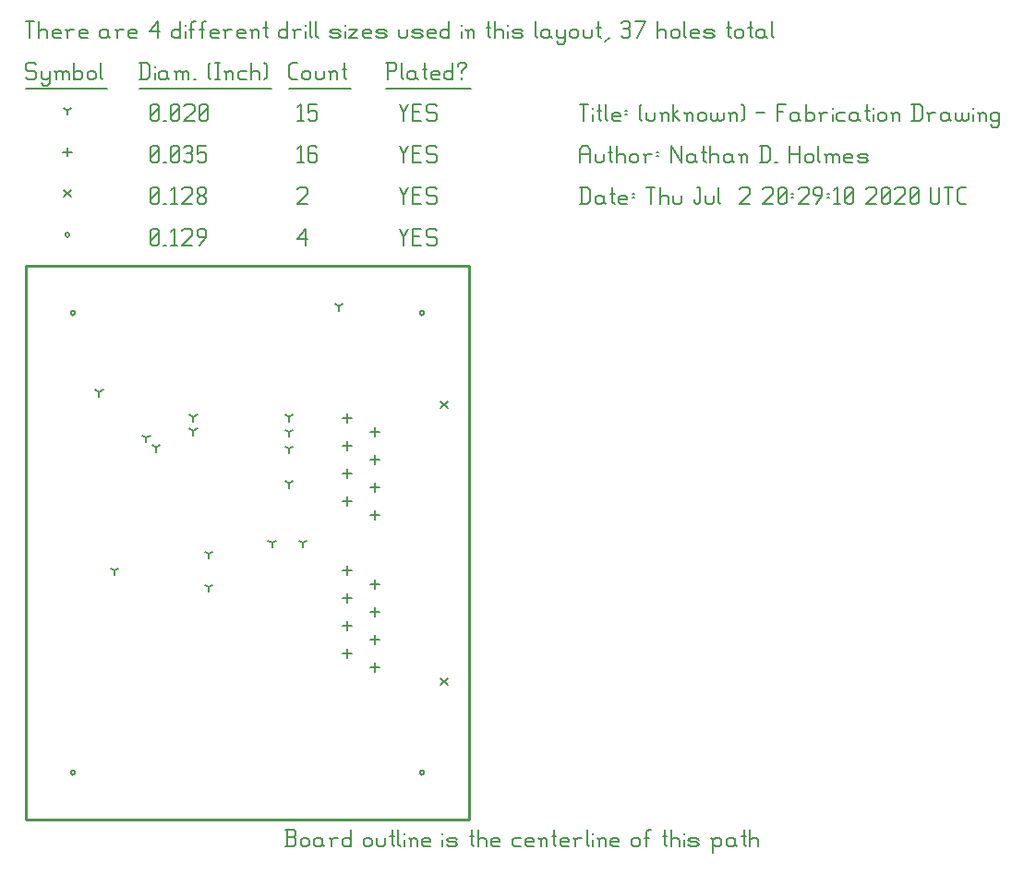
<source format=gbr>
G04 start of page 12 for group -3984 idx -3984 *
G04 Title: (unknown), fab *
G04 Creator: pcb 4.0.2 *
G04 CreationDate: Thu Jul  2 20:29:10 2020 UTC *
G04 For: ndholmes *
G04 Format: Gerber/RS-274X *
G04 PCB-Dimensions (mil): 3600.00 2000.00 *
G04 PCB-Coordinate-Origin: lower left *
%MOIN*%
%FSLAX25Y25*%
%LNFAB*%
%ADD55C,0.0100*%
%ADD54C,0.0075*%
%ADD53C,0.0060*%
%ADD52R,0.0080X0.0080*%
G54D52*X142200Y183000D02*G75*G03X143800Y183000I800J0D01*G01*
G75*G03X142200Y183000I-800J0D01*G01*
X16200D02*G75*G03X17800Y183000I800J0D01*G01*
G75*G03X16200Y183000I-800J0D01*G01*
X142200Y17000D02*G75*G03X143800Y17000I800J0D01*G01*
G75*G03X142200Y17000I-800J0D01*G01*
X16200D02*G75*G03X17800Y17000I800J0D01*G01*
G75*G03X16200Y17000I-800J0D01*G01*
X14200Y211250D02*G75*G03X15800Y211250I800J0D01*G01*
G75*G03X14200Y211250I-800J0D01*G01*
G54D53*X135000Y213500D02*X136500Y210500D01*
X138000Y213500D01*
X136500Y210500D02*Y207500D01*
X139800Y210800D02*X142050D01*
X139800Y207500D02*X142800D01*
X139800Y213500D02*Y207500D01*
Y213500D02*X142800D01*
X147600D02*X148350Y212750D01*
X145350Y213500D02*X147600D01*
X144600Y212750D02*X145350Y213500D01*
X144600Y212750D02*Y211250D01*
X145350Y210500D01*
X147600D01*
X148350Y209750D01*
Y208250D01*
X147600Y207500D02*X148350Y208250D01*
X145350Y207500D02*X147600D01*
X144600Y208250D02*X145350Y207500D01*
X98000Y209750D02*X101000Y213500D01*
X98000Y209750D02*X101750D01*
X101000Y213500D02*Y207500D01*
X45000Y208250D02*X45750Y207500D01*
X45000Y212750D02*Y208250D01*
Y212750D02*X45750Y213500D01*
X47250D01*
X48000Y212750D01*
Y208250D01*
X47250Y207500D02*X48000Y208250D01*
X45750Y207500D02*X47250D01*
X45000Y209000D02*X48000Y212000D01*
X49800Y207500D02*X50550D01*
X52350Y212300D02*X53550Y213500D01*
Y207500D01*
X52350D02*X54600D01*
X56400Y212750D02*X57150Y213500D01*
X59400D01*
X60150Y212750D01*
Y211250D01*
X56400Y207500D02*X60150Y211250D01*
X56400Y207500D02*X60150D01*
X62700D02*X64950Y210500D01*
Y212750D02*Y210500D01*
X64200Y213500D02*X64950Y212750D01*
X62700Y213500D02*X64200D01*
X61950Y212750D02*X62700Y213500D01*
X61950Y212750D02*Y211250D01*
X62700Y210500D01*
X64950D01*
X149800Y51200D02*X152200Y48800D01*
X149800D02*X152200Y51200D01*
X149800Y151200D02*X152200Y148800D01*
X149800D02*X152200Y151200D01*
X13800Y227450D02*X16200Y225050D01*
X13800D02*X16200Y227450D01*
X135000Y228500D02*X136500Y225500D01*
X138000Y228500D01*
X136500Y225500D02*Y222500D01*
X139800Y225800D02*X142050D01*
X139800Y222500D02*X142800D01*
X139800Y228500D02*Y222500D01*
Y228500D02*X142800D01*
X147600D02*X148350Y227750D01*
X145350Y228500D02*X147600D01*
X144600Y227750D02*X145350Y228500D01*
X144600Y227750D02*Y226250D01*
X145350Y225500D01*
X147600D01*
X148350Y224750D01*
Y223250D01*
X147600Y222500D02*X148350Y223250D01*
X145350Y222500D02*X147600D01*
X144600Y223250D02*X145350Y222500D01*
X98000Y227750D02*X98750Y228500D01*
X101000D01*
X101750Y227750D01*
Y226250D01*
X98000Y222500D02*X101750Y226250D01*
X98000Y222500D02*X101750D01*
X45000Y223250D02*X45750Y222500D01*
X45000Y227750D02*Y223250D01*
Y227750D02*X45750Y228500D01*
X47250D01*
X48000Y227750D01*
Y223250D01*
X47250Y222500D02*X48000Y223250D01*
X45750Y222500D02*X47250D01*
X45000Y224000D02*X48000Y227000D01*
X49800Y222500D02*X50550D01*
X52350Y227300D02*X53550Y228500D01*
Y222500D01*
X52350D02*X54600D01*
X56400Y227750D02*X57150Y228500D01*
X59400D01*
X60150Y227750D01*
Y226250D01*
X56400Y222500D02*X60150Y226250D01*
X56400Y222500D02*X60150D01*
X61950Y223250D02*X62700Y222500D01*
X61950Y224450D02*Y223250D01*
Y224450D02*X63000Y225500D01*
X63900D01*
X64950Y224450D01*
Y223250D01*
X64200Y222500D02*X64950Y223250D01*
X62700Y222500D02*X64200D01*
X61950Y226550D02*X63000Y225500D01*
X61950Y227750D02*Y226550D01*
Y227750D02*X62700Y228500D01*
X64200D01*
X64950Y227750D01*
Y226550D01*
X63900Y225500D02*X64950Y226550D01*
X126000Y56600D02*Y53400D01*
X124400Y55000D02*X127600D01*
X116000Y61600D02*Y58400D01*
X114400Y60000D02*X117600D01*
X126000Y66600D02*Y63400D01*
X124400Y65000D02*X127600D01*
X116000Y71600D02*Y68400D01*
X114400Y70000D02*X117600D01*
X126000Y76600D02*Y73400D01*
X124400Y75000D02*X127600D01*
X116000Y81600D02*Y78400D01*
X114400Y80000D02*X117600D01*
X126000Y86600D02*Y83400D01*
X124400Y85000D02*X127600D01*
X116000Y91600D02*Y88400D01*
X114400Y90000D02*X117600D01*
X126000Y111600D02*Y108400D01*
X124400Y110000D02*X127600D01*
X116000Y116600D02*Y113400D01*
X114400Y115000D02*X117600D01*
X126000Y121600D02*Y118400D01*
X124400Y120000D02*X127600D01*
X116000Y126600D02*Y123400D01*
X114400Y125000D02*X117600D01*
X126000Y131600D02*Y128400D01*
X124400Y130000D02*X127600D01*
X116000Y136600D02*Y133400D01*
X114400Y135000D02*X117600D01*
X126000Y141600D02*Y138400D01*
X124400Y140000D02*X127600D01*
X116000Y146600D02*Y143400D01*
X114400Y145000D02*X117600D01*
X15000Y242850D02*Y239650D01*
X13400Y241250D02*X16600D01*
X135000Y243500D02*X136500Y240500D01*
X138000Y243500D01*
X136500Y240500D02*Y237500D01*
X139800Y240800D02*X142050D01*
X139800Y237500D02*X142800D01*
X139800Y243500D02*Y237500D01*
Y243500D02*X142800D01*
X147600D02*X148350Y242750D01*
X145350Y243500D02*X147600D01*
X144600Y242750D02*X145350Y243500D01*
X144600Y242750D02*Y241250D01*
X145350Y240500D01*
X147600D01*
X148350Y239750D01*
Y238250D01*
X147600Y237500D02*X148350Y238250D01*
X145350Y237500D02*X147600D01*
X144600Y238250D02*X145350Y237500D01*
X98000Y242300D02*X99200Y243500D01*
Y237500D01*
X98000D02*X100250D01*
X104300Y243500D02*X105050Y242750D01*
X102800Y243500D02*X104300D01*
X102050Y242750D02*X102800Y243500D01*
X102050Y242750D02*Y238250D01*
X102800Y237500D01*
X104300Y240800D02*X105050Y240050D01*
X102050Y240800D02*X104300D01*
X102800Y237500D02*X104300D01*
X105050Y238250D01*
Y240050D02*Y238250D01*
X45000D02*X45750Y237500D01*
X45000Y242750D02*Y238250D01*
Y242750D02*X45750Y243500D01*
X47250D01*
X48000Y242750D01*
Y238250D01*
X47250Y237500D02*X48000Y238250D01*
X45750Y237500D02*X47250D01*
X45000Y239000D02*X48000Y242000D01*
X49800Y237500D02*X50550D01*
X52350Y238250D02*X53100Y237500D01*
X52350Y242750D02*Y238250D01*
Y242750D02*X53100Y243500D01*
X54600D01*
X55350Y242750D01*
Y238250D01*
X54600Y237500D02*X55350Y238250D01*
X53100Y237500D02*X54600D01*
X52350Y239000D02*X55350Y242000D01*
X57150Y242750D02*X57900Y243500D01*
X59400D01*
X60150Y242750D01*
X59400Y237500D02*X60150Y238250D01*
X57900Y237500D02*X59400D01*
X57150Y238250D02*X57900Y237500D01*
Y240800D02*X59400D01*
X60150Y242750D02*Y241550D01*
Y240050D02*Y238250D01*
Y240050D02*X59400Y240800D01*
X60150Y241550D02*X59400Y240800D01*
X61950Y243500D02*X64950D01*
X61950D02*Y240500D01*
X62700Y241250D01*
X64200D01*
X64950Y240500D01*
Y238250D01*
X64200Y237500D02*X64950Y238250D01*
X62700Y237500D02*X64200D01*
X61950Y238250D02*X62700Y237500D01*
X26500Y154500D02*Y152900D01*
Y154500D02*X27887Y155300D01*
X26500Y154500D02*X25113Y155300D01*
X66000Y96000D02*Y94400D01*
Y96000D02*X67387Y96800D01*
X66000Y96000D02*X64613Y96800D01*
X66000Y84000D02*Y82400D01*
Y84000D02*X67387Y84800D01*
X66000Y84000D02*X64613Y84800D01*
X95000Y121500D02*Y119900D01*
Y121500D02*X96387Y122300D01*
X95000Y121500D02*X93613Y122300D01*
X95000Y134000D02*Y132400D01*
Y134000D02*X96387Y134800D01*
X95000Y134000D02*X93613Y134800D01*
X100000Y100000D02*Y98400D01*
Y100000D02*X101387Y100800D01*
X100000Y100000D02*X98613Y100800D01*
X88900Y100000D02*Y98400D01*
Y100000D02*X90287Y100800D01*
X88900Y100000D02*X87513Y100800D01*
X95000Y145500D02*Y143900D01*
Y145500D02*X96387Y146300D01*
X95000Y145500D02*X93613Y146300D01*
X95000Y140000D02*Y138400D01*
Y140000D02*X96387Y140800D01*
X95000Y140000D02*X93613Y140800D01*
X60500Y140500D02*Y138900D01*
Y140500D02*X61887Y141300D01*
X60500Y140500D02*X59113Y141300D01*
X60500Y145500D02*Y143900D01*
Y145500D02*X61887Y146300D01*
X60500Y145500D02*X59113Y146300D01*
X32000Y90000D02*Y88400D01*
Y90000D02*X33387Y90800D01*
X32000Y90000D02*X30613Y90800D01*
X47000Y134500D02*Y132900D01*
Y134500D02*X48387Y135300D01*
X47000Y134500D02*X45613Y135300D01*
X43500Y138000D02*Y136400D01*
Y138000D02*X44887Y138800D01*
X43500Y138000D02*X42113Y138800D01*
X113000Y185500D02*Y183900D01*
Y185500D02*X114387Y186300D01*
X113000Y185500D02*X111613Y186300D01*
X15000Y256250D02*Y254650D01*
Y256250D02*X16387Y257050D01*
X15000Y256250D02*X13613Y257050D01*
X135000Y258500D02*X136500Y255500D01*
X138000Y258500D01*
X136500Y255500D02*Y252500D01*
X139800Y255800D02*X142050D01*
X139800Y252500D02*X142800D01*
X139800Y258500D02*Y252500D01*
Y258500D02*X142800D01*
X147600D02*X148350Y257750D01*
X145350Y258500D02*X147600D01*
X144600Y257750D02*X145350Y258500D01*
X144600Y257750D02*Y256250D01*
X145350Y255500D01*
X147600D01*
X148350Y254750D01*
Y253250D01*
X147600Y252500D02*X148350Y253250D01*
X145350Y252500D02*X147600D01*
X144600Y253250D02*X145350Y252500D01*
X98000Y257300D02*X99200Y258500D01*
Y252500D01*
X98000D02*X100250D01*
X102050Y258500D02*X105050D01*
X102050D02*Y255500D01*
X102800Y256250D01*
X104300D01*
X105050Y255500D01*
Y253250D01*
X104300Y252500D02*X105050Y253250D01*
X102800Y252500D02*X104300D01*
X102050Y253250D02*X102800Y252500D01*
X45000Y253250D02*X45750Y252500D01*
X45000Y257750D02*Y253250D01*
Y257750D02*X45750Y258500D01*
X47250D01*
X48000Y257750D01*
Y253250D01*
X47250Y252500D02*X48000Y253250D01*
X45750Y252500D02*X47250D01*
X45000Y254000D02*X48000Y257000D01*
X49800Y252500D02*X50550D01*
X52350Y253250D02*X53100Y252500D01*
X52350Y257750D02*Y253250D01*
Y257750D02*X53100Y258500D01*
X54600D01*
X55350Y257750D01*
Y253250D01*
X54600Y252500D02*X55350Y253250D01*
X53100Y252500D02*X54600D01*
X52350Y254000D02*X55350Y257000D01*
X57150Y257750D02*X57900Y258500D01*
X60150D01*
X60900Y257750D01*
Y256250D01*
X57150Y252500D02*X60900Y256250D01*
X57150Y252500D02*X60900D01*
X62700Y253250D02*X63450Y252500D01*
X62700Y257750D02*Y253250D01*
Y257750D02*X63450Y258500D01*
X64950D01*
X65700Y257750D01*
Y253250D01*
X64950Y252500D02*X65700Y253250D01*
X63450Y252500D02*X64950D01*
X62700Y254000D02*X65700Y257000D01*
X3000Y273500D02*X3750Y272750D01*
X750Y273500D02*X3000D01*
X0Y272750D02*X750Y273500D01*
X0Y272750D02*Y271250D01*
X750Y270500D01*
X3000D01*
X3750Y269750D01*
Y268250D01*
X3000Y267500D02*X3750Y268250D01*
X750Y267500D02*X3000D01*
X0Y268250D02*X750Y267500D01*
X5550Y270500D02*Y268250D01*
X6300Y267500D01*
X8550Y270500D02*Y266000D01*
X7800Y265250D02*X8550Y266000D01*
X6300Y265250D02*X7800D01*
X5550Y266000D02*X6300Y265250D01*
Y267500D02*X7800D01*
X8550Y268250D01*
X11100Y269750D02*Y267500D01*
Y269750D02*X11850Y270500D01*
X12600D01*
X13350Y269750D01*
Y267500D01*
Y269750D02*X14100Y270500D01*
X14850D01*
X15600Y269750D01*
Y267500D01*
X10350Y270500D02*X11100Y269750D01*
X17400Y273500D02*Y267500D01*
Y268250D02*X18150Y267500D01*
X19650D01*
X20400Y268250D01*
Y269750D02*Y268250D01*
X19650Y270500D02*X20400Y269750D01*
X18150Y270500D02*X19650D01*
X17400Y269750D02*X18150Y270500D01*
X22200Y269750D02*Y268250D01*
Y269750D02*X22950Y270500D01*
X24450D01*
X25200Y269750D01*
Y268250D01*
X24450Y267500D02*X25200Y268250D01*
X22950Y267500D02*X24450D01*
X22200Y268250D02*X22950Y267500D01*
X27000Y273500D02*Y268250D01*
X27750Y267500D01*
X0Y264250D02*X29250D01*
X41750Y273500D02*Y267500D01*
X43700Y273500D02*X44750Y272450D01*
Y268550D01*
X43700Y267500D02*X44750Y268550D01*
X41000Y267500D02*X43700D01*
X41000Y273500D02*X43700D01*
G54D54*X46550Y272000D02*Y271850D01*
G54D53*Y269750D02*Y267500D01*
X50300Y270500D02*X51050Y269750D01*
X48800Y270500D02*X50300D01*
X48050Y269750D02*X48800Y270500D01*
X48050Y269750D02*Y268250D01*
X48800Y267500D01*
X51050Y270500D02*Y268250D01*
X51800Y267500D01*
X48800D02*X50300D01*
X51050Y268250D01*
X54350Y269750D02*Y267500D01*
Y269750D02*X55100Y270500D01*
X55850D01*
X56600Y269750D01*
Y267500D01*
Y269750D02*X57350Y270500D01*
X58100D01*
X58850Y269750D01*
Y267500D01*
X53600Y270500D02*X54350Y269750D01*
X60650Y267500D02*X61400D01*
X65900Y268250D02*X66650Y267500D01*
X65900Y272750D02*X66650Y273500D01*
X65900Y272750D02*Y268250D01*
X68450Y273500D02*X69950D01*
X69200D02*Y267500D01*
X68450D02*X69950D01*
X72500Y269750D02*Y267500D01*
Y269750D02*X73250Y270500D01*
X74000D01*
X74750Y269750D01*
Y267500D01*
X71750Y270500D02*X72500Y269750D01*
X77300Y270500D02*X79550D01*
X76550Y269750D02*X77300Y270500D01*
X76550Y269750D02*Y268250D01*
X77300Y267500D01*
X79550D01*
X81350Y273500D02*Y267500D01*
Y269750D02*X82100Y270500D01*
X83600D01*
X84350Y269750D01*
Y267500D01*
X86150Y273500D02*X86900Y272750D01*
Y268250D01*
X86150Y267500D02*X86900Y268250D01*
X41000Y264250D02*X88700D01*
X96050Y267500D02*X98000D01*
X95000Y268550D02*X96050Y267500D01*
X95000Y272450D02*Y268550D01*
Y272450D02*X96050Y273500D01*
X98000D01*
X99800Y269750D02*Y268250D01*
Y269750D02*X100550Y270500D01*
X102050D01*
X102800Y269750D01*
Y268250D01*
X102050Y267500D02*X102800Y268250D01*
X100550Y267500D02*X102050D01*
X99800Y268250D02*X100550Y267500D01*
X104600Y270500D02*Y268250D01*
X105350Y267500D01*
X106850D01*
X107600Y268250D01*
Y270500D02*Y268250D01*
X110150Y269750D02*Y267500D01*
Y269750D02*X110900Y270500D01*
X111650D01*
X112400Y269750D01*
Y267500D01*
X109400Y270500D02*X110150Y269750D01*
X114950Y273500D02*Y268250D01*
X115700Y267500D01*
X114200Y271250D02*X115700D01*
X95000Y264250D02*X117200D01*
X130750Y273500D02*Y267500D01*
X130000Y273500D02*X133000D01*
X133750Y272750D01*
Y271250D01*
X133000Y270500D02*X133750Y271250D01*
X130750Y270500D02*X133000D01*
X135550Y273500D02*Y268250D01*
X136300Y267500D01*
X140050Y270500D02*X140800Y269750D01*
X138550Y270500D02*X140050D01*
X137800Y269750D02*X138550Y270500D01*
X137800Y269750D02*Y268250D01*
X138550Y267500D01*
X140800Y270500D02*Y268250D01*
X141550Y267500D01*
X138550D02*X140050D01*
X140800Y268250D01*
X144100Y273500D02*Y268250D01*
X144850Y267500D01*
X143350Y271250D02*X144850D01*
X147100Y267500D02*X149350D01*
X146350Y268250D02*X147100Y267500D01*
X146350Y269750D02*Y268250D01*
Y269750D02*X147100Y270500D01*
X148600D01*
X149350Y269750D01*
X146350Y269000D02*X149350D01*
Y269750D02*Y269000D01*
X154150Y273500D02*Y267500D01*
X153400D02*X154150Y268250D01*
X151900Y267500D02*X153400D01*
X151150Y268250D02*X151900Y267500D01*
X151150Y269750D02*Y268250D01*
Y269750D02*X151900Y270500D01*
X153400D01*
X154150Y269750D01*
X157450Y270500D02*Y269750D01*
Y268250D02*Y267500D01*
X155950Y272750D02*Y272000D01*
Y272750D02*X156700Y273500D01*
X158200D01*
X158950Y272750D01*
Y272000D01*
X157450Y270500D02*X158950Y272000D01*
X130000Y264250D02*X160750D01*
X0Y288500D02*X3000D01*
X1500D02*Y282500D01*
X4800Y288500D02*Y282500D01*
Y284750D02*X5550Y285500D01*
X7050D01*
X7800Y284750D01*
Y282500D01*
X10350D02*X12600D01*
X9600Y283250D02*X10350Y282500D01*
X9600Y284750D02*Y283250D01*
Y284750D02*X10350Y285500D01*
X11850D01*
X12600Y284750D01*
X9600Y284000D02*X12600D01*
Y284750D02*Y284000D01*
X15150Y284750D02*Y282500D01*
Y284750D02*X15900Y285500D01*
X17400D01*
X14400D02*X15150Y284750D01*
X19950Y282500D02*X22200D01*
X19200Y283250D02*X19950Y282500D01*
X19200Y284750D02*Y283250D01*
Y284750D02*X19950Y285500D01*
X21450D01*
X22200Y284750D01*
X19200Y284000D02*X22200D01*
Y284750D02*Y284000D01*
X28950Y285500D02*X29700Y284750D01*
X27450Y285500D02*X28950D01*
X26700Y284750D02*X27450Y285500D01*
X26700Y284750D02*Y283250D01*
X27450Y282500D01*
X29700Y285500D02*Y283250D01*
X30450Y282500D01*
X27450D02*X28950D01*
X29700Y283250D01*
X33000Y284750D02*Y282500D01*
Y284750D02*X33750Y285500D01*
X35250D01*
X32250D02*X33000Y284750D01*
X37800Y282500D02*X40050D01*
X37050Y283250D02*X37800Y282500D01*
X37050Y284750D02*Y283250D01*
Y284750D02*X37800Y285500D01*
X39300D01*
X40050Y284750D01*
X37050Y284000D02*X40050D01*
Y284750D02*Y284000D01*
X44550Y284750D02*X47550Y288500D01*
X44550Y284750D02*X48300D01*
X47550Y288500D02*Y282500D01*
X55800Y288500D02*Y282500D01*
X55050D02*X55800Y283250D01*
X53550Y282500D02*X55050D01*
X52800Y283250D02*X53550Y282500D01*
X52800Y284750D02*Y283250D01*
Y284750D02*X53550Y285500D01*
X55050D01*
X55800Y284750D01*
G54D54*X57600Y287000D02*Y286850D01*
G54D53*Y284750D02*Y282500D01*
X59850Y287750D02*Y282500D01*
Y287750D02*X60600Y288500D01*
X61350D01*
X59100Y285500D02*X60600D01*
X63600Y287750D02*Y282500D01*
Y287750D02*X64350Y288500D01*
X65100D01*
X62850Y285500D02*X64350D01*
X67350Y282500D02*X69600D01*
X66600Y283250D02*X67350Y282500D01*
X66600Y284750D02*Y283250D01*
Y284750D02*X67350Y285500D01*
X68850D01*
X69600Y284750D01*
X66600Y284000D02*X69600D01*
Y284750D02*Y284000D01*
X72150Y284750D02*Y282500D01*
Y284750D02*X72900Y285500D01*
X74400D01*
X71400D02*X72150Y284750D01*
X76950Y282500D02*X79200D01*
X76200Y283250D02*X76950Y282500D01*
X76200Y284750D02*Y283250D01*
Y284750D02*X76950Y285500D01*
X78450D01*
X79200Y284750D01*
X76200Y284000D02*X79200D01*
Y284750D02*Y284000D01*
X81750Y284750D02*Y282500D01*
Y284750D02*X82500Y285500D01*
X83250D01*
X84000Y284750D01*
Y282500D01*
X81000Y285500D02*X81750Y284750D01*
X86550Y288500D02*Y283250D01*
X87300Y282500D01*
X85800Y286250D02*X87300D01*
X94500Y288500D02*Y282500D01*
X93750D02*X94500Y283250D01*
X92250Y282500D02*X93750D01*
X91500Y283250D02*X92250Y282500D01*
X91500Y284750D02*Y283250D01*
Y284750D02*X92250Y285500D01*
X93750D01*
X94500Y284750D01*
X97050D02*Y282500D01*
Y284750D02*X97800Y285500D01*
X99300D01*
X96300D02*X97050Y284750D01*
G54D54*X101100Y287000D02*Y286850D01*
G54D53*Y284750D02*Y282500D01*
X102600Y288500D02*Y283250D01*
X103350Y282500D01*
X104850Y288500D02*Y283250D01*
X105600Y282500D01*
X110550D02*X112800D01*
X113550Y283250D01*
X112800Y284000D02*X113550Y283250D01*
X110550Y284000D02*X112800D01*
X109800Y284750D02*X110550Y284000D01*
X109800Y284750D02*X110550Y285500D01*
X112800D01*
X113550Y284750D01*
X109800Y283250D02*X110550Y282500D01*
G54D54*X115350Y287000D02*Y286850D01*
G54D53*Y284750D02*Y282500D01*
X116850Y285500D02*X119850D01*
X116850Y282500D02*X119850Y285500D01*
X116850Y282500D02*X119850D01*
X122400D02*X124650D01*
X121650Y283250D02*X122400Y282500D01*
X121650Y284750D02*Y283250D01*
Y284750D02*X122400Y285500D01*
X123900D01*
X124650Y284750D01*
X121650Y284000D02*X124650D01*
Y284750D02*Y284000D01*
X127200Y282500D02*X129450D01*
X130200Y283250D01*
X129450Y284000D02*X130200Y283250D01*
X127200Y284000D02*X129450D01*
X126450Y284750D02*X127200Y284000D01*
X126450Y284750D02*X127200Y285500D01*
X129450D01*
X130200Y284750D01*
X126450Y283250D02*X127200Y282500D01*
X134700Y285500D02*Y283250D01*
X135450Y282500D01*
X136950D01*
X137700Y283250D01*
Y285500D02*Y283250D01*
X140250Y282500D02*X142500D01*
X143250Y283250D01*
X142500Y284000D02*X143250Y283250D01*
X140250Y284000D02*X142500D01*
X139500Y284750D02*X140250Y284000D01*
X139500Y284750D02*X140250Y285500D01*
X142500D01*
X143250Y284750D01*
X139500Y283250D02*X140250Y282500D01*
X145800D02*X148050D01*
X145050Y283250D02*X145800Y282500D01*
X145050Y284750D02*Y283250D01*
Y284750D02*X145800Y285500D01*
X147300D01*
X148050Y284750D01*
X145050Y284000D02*X148050D01*
Y284750D02*Y284000D01*
X152850Y288500D02*Y282500D01*
X152100D02*X152850Y283250D01*
X150600Y282500D02*X152100D01*
X149850Y283250D02*X150600Y282500D01*
X149850Y284750D02*Y283250D01*
Y284750D02*X150600Y285500D01*
X152100D01*
X152850Y284750D01*
G54D54*X157350Y287000D02*Y286850D01*
G54D53*Y284750D02*Y282500D01*
X159600Y284750D02*Y282500D01*
Y284750D02*X160350Y285500D01*
X161100D01*
X161850Y284750D01*
Y282500D01*
X158850Y285500D02*X159600Y284750D01*
X167100Y288500D02*Y283250D01*
X167850Y282500D01*
X166350Y286250D02*X167850D01*
X169350Y288500D02*Y282500D01*
Y284750D02*X170100Y285500D01*
X171600D01*
X172350Y284750D01*
Y282500D01*
G54D54*X174150Y287000D02*Y286850D01*
G54D53*Y284750D02*Y282500D01*
X176400D02*X178650D01*
X179400Y283250D01*
X178650Y284000D02*X179400Y283250D01*
X176400Y284000D02*X178650D01*
X175650Y284750D02*X176400Y284000D01*
X175650Y284750D02*X176400Y285500D01*
X178650D01*
X179400Y284750D01*
X175650Y283250D02*X176400Y282500D01*
X183900Y288500D02*Y283250D01*
X184650Y282500D01*
X188400Y285500D02*X189150Y284750D01*
X186900Y285500D02*X188400D01*
X186150Y284750D02*X186900Y285500D01*
X186150Y284750D02*Y283250D01*
X186900Y282500D01*
X189150Y285500D02*Y283250D01*
X189900Y282500D01*
X186900D02*X188400D01*
X189150Y283250D01*
X191700Y285500D02*Y283250D01*
X192450Y282500D01*
X194700Y285500D02*Y281000D01*
X193950Y280250D02*X194700Y281000D01*
X192450Y280250D02*X193950D01*
X191700Y281000D02*X192450Y280250D01*
Y282500D02*X193950D01*
X194700Y283250D01*
X196500Y284750D02*Y283250D01*
Y284750D02*X197250Y285500D01*
X198750D01*
X199500Y284750D01*
Y283250D01*
X198750Y282500D02*X199500Y283250D01*
X197250Y282500D02*X198750D01*
X196500Y283250D02*X197250Y282500D01*
X201300Y285500D02*Y283250D01*
X202050Y282500D01*
X203550D01*
X204300Y283250D01*
Y285500D02*Y283250D01*
X206850Y288500D02*Y283250D01*
X207600Y282500D01*
X206100Y286250D02*X207600D01*
X209100Y281000D02*X210600Y282500D01*
X215100Y287750D02*X215850Y288500D01*
X217350D01*
X218100Y287750D01*
X217350Y282500D02*X218100Y283250D01*
X215850Y282500D02*X217350D01*
X215100Y283250D02*X215850Y282500D01*
Y285800D02*X217350D01*
X218100Y287750D02*Y286550D01*
Y285050D02*Y283250D01*
Y285050D02*X217350Y285800D01*
X218100Y286550D02*X217350Y285800D01*
X220650Y282500D02*X223650Y288500D01*
X219900D02*X223650D01*
X228150D02*Y282500D01*
Y284750D02*X228900Y285500D01*
X230400D01*
X231150Y284750D01*
Y282500D01*
X232950Y284750D02*Y283250D01*
Y284750D02*X233700Y285500D01*
X235200D01*
X235950Y284750D01*
Y283250D01*
X235200Y282500D02*X235950Y283250D01*
X233700Y282500D02*X235200D01*
X232950Y283250D02*X233700Y282500D01*
X237750Y288500D02*Y283250D01*
X238500Y282500D01*
X240750D02*X243000D01*
X240000Y283250D02*X240750Y282500D01*
X240000Y284750D02*Y283250D01*
Y284750D02*X240750Y285500D01*
X242250D01*
X243000Y284750D01*
X240000Y284000D02*X243000D01*
Y284750D02*Y284000D01*
X245550Y282500D02*X247800D01*
X248550Y283250D01*
X247800Y284000D02*X248550Y283250D01*
X245550Y284000D02*X247800D01*
X244800Y284750D02*X245550Y284000D01*
X244800Y284750D02*X245550Y285500D01*
X247800D01*
X248550Y284750D01*
X244800Y283250D02*X245550Y282500D01*
X253800Y288500D02*Y283250D01*
X254550Y282500D01*
X253050Y286250D02*X254550D01*
X256050Y284750D02*Y283250D01*
Y284750D02*X256800Y285500D01*
X258300D01*
X259050Y284750D01*
Y283250D01*
X258300Y282500D02*X259050Y283250D01*
X256800Y282500D02*X258300D01*
X256050Y283250D02*X256800Y282500D01*
X261600Y288500D02*Y283250D01*
X262350Y282500D01*
X260850Y286250D02*X262350D01*
X266100Y285500D02*X266850Y284750D01*
X264600Y285500D02*X266100D01*
X263850Y284750D02*X264600Y285500D01*
X263850Y284750D02*Y283250D01*
X264600Y282500D01*
X266850Y285500D02*Y283250D01*
X267600Y282500D01*
X264600D02*X266100D01*
X266850Y283250D01*
X269400Y288500D02*Y283250D01*
X270150Y282500D01*
G54D55*X0Y200000D02*X160000D01*
Y0D01*
X0D01*
Y200000D01*
G54D53*X93675Y-9500D02*X96675D01*
X97425Y-8750D01*
Y-6950D02*Y-8750D01*
X96675Y-6200D02*X97425Y-6950D01*
X94425Y-6200D02*X96675D01*
X94425Y-3500D02*Y-9500D01*
X93675Y-3500D02*X96675D01*
X97425Y-4250D01*
Y-5450D01*
X96675Y-6200D02*X97425Y-5450D01*
X99225Y-7250D02*Y-8750D01*
Y-7250D02*X99975Y-6500D01*
X101475D01*
X102225Y-7250D01*
Y-8750D01*
X101475Y-9500D02*X102225Y-8750D01*
X99975Y-9500D02*X101475D01*
X99225Y-8750D02*X99975Y-9500D01*
X106275Y-6500D02*X107025Y-7250D01*
X104775Y-6500D02*X106275D01*
X104025Y-7250D02*X104775Y-6500D01*
X104025Y-7250D02*Y-8750D01*
X104775Y-9500D01*
X107025Y-6500D02*Y-8750D01*
X107775Y-9500D01*
X104775D02*X106275D01*
X107025Y-8750D01*
X110325Y-7250D02*Y-9500D01*
Y-7250D02*X111075Y-6500D01*
X112575D01*
X109575D02*X110325Y-7250D01*
X117375Y-3500D02*Y-9500D01*
X116625D02*X117375Y-8750D01*
X115125Y-9500D02*X116625D01*
X114375Y-8750D02*X115125Y-9500D01*
X114375Y-7250D02*Y-8750D01*
Y-7250D02*X115125Y-6500D01*
X116625D01*
X117375Y-7250D01*
X121875D02*Y-8750D01*
Y-7250D02*X122625Y-6500D01*
X124125D01*
X124875Y-7250D01*
Y-8750D01*
X124125Y-9500D02*X124875Y-8750D01*
X122625Y-9500D02*X124125D01*
X121875Y-8750D02*X122625Y-9500D01*
X126675Y-6500D02*Y-8750D01*
X127425Y-9500D01*
X128925D01*
X129675Y-8750D01*
Y-6500D02*Y-8750D01*
X132225Y-3500D02*Y-8750D01*
X132975Y-9500D01*
X131475Y-5750D02*X132975D01*
X134475Y-3500D02*Y-8750D01*
X135225Y-9500D01*
G54D54*X136725Y-5000D02*Y-5150D01*
G54D53*Y-7250D02*Y-9500D01*
X138975Y-7250D02*Y-9500D01*
Y-7250D02*X139725Y-6500D01*
X140475D01*
X141225Y-7250D01*
Y-9500D01*
X138225Y-6500D02*X138975Y-7250D01*
X143775Y-9500D02*X146025D01*
X143025Y-8750D02*X143775Y-9500D01*
X143025Y-7250D02*Y-8750D01*
Y-7250D02*X143775Y-6500D01*
X145275D01*
X146025Y-7250D01*
X143025Y-8000D02*X146025D01*
Y-7250D02*Y-8000D01*
G54D54*X150525Y-5000D02*Y-5150D01*
G54D53*Y-7250D02*Y-9500D01*
X152775D02*X155025D01*
X155775Y-8750D01*
X155025Y-8000D02*X155775Y-8750D01*
X152775Y-8000D02*X155025D01*
X152025Y-7250D02*X152775Y-8000D01*
X152025Y-7250D02*X152775Y-6500D01*
X155025D01*
X155775Y-7250D01*
X152025Y-8750D02*X152775Y-9500D01*
X161025Y-3500D02*Y-8750D01*
X161775Y-9500D01*
X160275Y-5750D02*X161775D01*
X163275Y-3500D02*Y-9500D01*
Y-7250D02*X164025Y-6500D01*
X165525D01*
X166275Y-7250D01*
Y-9500D01*
X168825D02*X171075D01*
X168075Y-8750D02*X168825Y-9500D01*
X168075Y-7250D02*Y-8750D01*
Y-7250D02*X168825Y-6500D01*
X170325D01*
X171075Y-7250D01*
X168075Y-8000D02*X171075D01*
Y-7250D02*Y-8000D01*
X176325Y-6500D02*X178575D01*
X175575Y-7250D02*X176325Y-6500D01*
X175575Y-7250D02*Y-8750D01*
X176325Y-9500D01*
X178575D01*
X181125D02*X183375D01*
X180375Y-8750D02*X181125Y-9500D01*
X180375Y-7250D02*Y-8750D01*
Y-7250D02*X181125Y-6500D01*
X182625D01*
X183375Y-7250D01*
X180375Y-8000D02*X183375D01*
Y-7250D02*Y-8000D01*
X185925Y-7250D02*Y-9500D01*
Y-7250D02*X186675Y-6500D01*
X187425D01*
X188175Y-7250D01*
Y-9500D01*
X185175Y-6500D02*X185925Y-7250D01*
X190725Y-3500D02*Y-8750D01*
X191475Y-9500D01*
X189975Y-5750D02*X191475D01*
X193725Y-9500D02*X195975D01*
X192975Y-8750D02*X193725Y-9500D01*
X192975Y-7250D02*Y-8750D01*
Y-7250D02*X193725Y-6500D01*
X195225D01*
X195975Y-7250D01*
X192975Y-8000D02*X195975D01*
Y-7250D02*Y-8000D01*
X198525Y-7250D02*Y-9500D01*
Y-7250D02*X199275Y-6500D01*
X200775D01*
X197775D02*X198525Y-7250D01*
X202575Y-3500D02*Y-8750D01*
X203325Y-9500D01*
G54D54*X204825Y-5000D02*Y-5150D01*
G54D53*Y-7250D02*Y-9500D01*
X207075Y-7250D02*Y-9500D01*
Y-7250D02*X207825Y-6500D01*
X208575D01*
X209325Y-7250D01*
Y-9500D01*
X206325Y-6500D02*X207075Y-7250D01*
X211875Y-9500D02*X214125D01*
X211125Y-8750D02*X211875Y-9500D01*
X211125Y-7250D02*Y-8750D01*
Y-7250D02*X211875Y-6500D01*
X213375D01*
X214125Y-7250D01*
X211125Y-8000D02*X214125D01*
Y-7250D02*Y-8000D01*
X218625Y-7250D02*Y-8750D01*
Y-7250D02*X219375Y-6500D01*
X220875D01*
X221625Y-7250D01*
Y-8750D01*
X220875Y-9500D02*X221625Y-8750D01*
X219375Y-9500D02*X220875D01*
X218625Y-8750D02*X219375Y-9500D01*
X224175Y-4250D02*Y-9500D01*
Y-4250D02*X224925Y-3500D01*
X225675D01*
X223425Y-6500D02*X224925D01*
X230625Y-3500D02*Y-8750D01*
X231375Y-9500D01*
X229875Y-5750D02*X231375D01*
X232875Y-3500D02*Y-9500D01*
Y-7250D02*X233625Y-6500D01*
X235125D01*
X235875Y-7250D01*
Y-9500D01*
G54D54*X237675Y-5000D02*Y-5150D01*
G54D53*Y-7250D02*Y-9500D01*
X239925D02*X242175D01*
X242925Y-8750D01*
X242175Y-8000D02*X242925Y-8750D01*
X239925Y-8000D02*X242175D01*
X239175Y-7250D02*X239925Y-8000D01*
X239175Y-7250D02*X239925Y-6500D01*
X242175D01*
X242925Y-7250D01*
X239175Y-8750D02*X239925Y-9500D01*
X248175Y-7250D02*Y-11750D01*
X247425Y-6500D02*X248175Y-7250D01*
X248925Y-6500D01*
X250425D01*
X251175Y-7250D01*
Y-8750D01*
X250425Y-9500D02*X251175Y-8750D01*
X248925Y-9500D02*X250425D01*
X248175Y-8750D02*X248925Y-9500D01*
X255225Y-6500D02*X255975Y-7250D01*
X253725Y-6500D02*X255225D01*
X252975Y-7250D02*X253725Y-6500D01*
X252975Y-7250D02*Y-8750D01*
X253725Y-9500D01*
X255975Y-6500D02*Y-8750D01*
X256725Y-9500D01*
X253725D02*X255225D01*
X255975Y-8750D01*
X259275Y-3500D02*Y-8750D01*
X260025Y-9500D01*
X258525Y-5750D02*X260025D01*
X261525Y-3500D02*Y-9500D01*
Y-7250D02*X262275Y-6500D01*
X263775D01*
X264525Y-7250D01*
Y-9500D01*
X200750Y228500D02*Y222500D01*
X202700Y228500D02*X203750Y227450D01*
Y223550D01*
X202700Y222500D02*X203750Y223550D01*
X200000Y222500D02*X202700D01*
X200000Y228500D02*X202700D01*
X207800Y225500D02*X208550Y224750D01*
X206300Y225500D02*X207800D01*
X205550Y224750D02*X206300Y225500D01*
X205550Y224750D02*Y223250D01*
X206300Y222500D01*
X208550Y225500D02*Y223250D01*
X209300Y222500D01*
X206300D02*X207800D01*
X208550Y223250D01*
X211850Y228500D02*Y223250D01*
X212600Y222500D01*
X211100Y226250D02*X212600D01*
X214850Y222500D02*X217100D01*
X214100Y223250D02*X214850Y222500D01*
X214100Y224750D02*Y223250D01*
Y224750D02*X214850Y225500D01*
X216350D01*
X217100Y224750D01*
X214100Y224000D02*X217100D01*
Y224750D02*Y224000D01*
X218900Y226250D02*X219650D01*
X218900Y224750D02*X219650D01*
X224150Y228500D02*X227150D01*
X225650D02*Y222500D01*
X228950Y228500D02*Y222500D01*
Y224750D02*X229700Y225500D01*
X231200D01*
X231950Y224750D01*
Y222500D01*
X233750Y225500D02*Y223250D01*
X234500Y222500D01*
X236000D01*
X236750Y223250D01*
Y225500D02*Y223250D01*
X242300Y228500D02*X243500D01*
Y223250D01*
X242750Y222500D02*X243500Y223250D01*
X242000Y222500D02*X242750D01*
X241250Y223250D02*X242000Y222500D01*
X241250Y224000D02*Y223250D01*
X245300Y225500D02*Y223250D01*
X246050Y222500D01*
X247550D01*
X248300Y223250D01*
Y225500D02*Y223250D01*
X250100Y228500D02*Y223250D01*
X250850Y222500D01*
X257750Y227750D02*X258500Y228500D01*
X260750D01*
X261500Y227750D01*
Y226250D01*
X257750Y222500D02*X261500Y226250D01*
X257750Y222500D02*X261500D01*
X266000Y227750D02*X266750Y228500D01*
X269000D01*
X269750Y227750D01*
Y226250D01*
X266000Y222500D02*X269750Y226250D01*
X266000Y222500D02*X269750D01*
X271550Y223250D02*X272300Y222500D01*
X271550Y227750D02*Y223250D01*
Y227750D02*X272300Y228500D01*
X273800D01*
X274550Y227750D01*
Y223250D01*
X273800Y222500D02*X274550Y223250D01*
X272300Y222500D02*X273800D01*
X271550Y224000D02*X274550Y227000D01*
X276350Y226250D02*X277100D01*
X276350Y224750D02*X277100D01*
X278900Y227750D02*X279650Y228500D01*
X281900D01*
X282650Y227750D01*
Y226250D01*
X278900Y222500D02*X282650Y226250D01*
X278900Y222500D02*X282650D01*
X285200D02*X287450Y225500D01*
Y227750D02*Y225500D01*
X286700Y228500D02*X287450Y227750D01*
X285200Y228500D02*X286700D01*
X284450Y227750D02*X285200Y228500D01*
X284450Y227750D02*Y226250D01*
X285200Y225500D01*
X287450D01*
X289250Y226250D02*X290000D01*
X289250Y224750D02*X290000D01*
X291800Y227300D02*X293000Y228500D01*
Y222500D01*
X291800D02*X294050D01*
X295850Y223250D02*X296600Y222500D01*
X295850Y227750D02*Y223250D01*
Y227750D02*X296600Y228500D01*
X298100D01*
X298850Y227750D01*
Y223250D01*
X298100Y222500D02*X298850Y223250D01*
X296600Y222500D02*X298100D01*
X295850Y224000D02*X298850Y227000D01*
X303350Y227750D02*X304100Y228500D01*
X306350D01*
X307100Y227750D01*
Y226250D01*
X303350Y222500D02*X307100Y226250D01*
X303350Y222500D02*X307100D01*
X308900Y223250D02*X309650Y222500D01*
X308900Y227750D02*Y223250D01*
Y227750D02*X309650Y228500D01*
X311150D01*
X311900Y227750D01*
Y223250D01*
X311150Y222500D02*X311900Y223250D01*
X309650Y222500D02*X311150D01*
X308900Y224000D02*X311900Y227000D01*
X313700Y227750D02*X314450Y228500D01*
X316700D01*
X317450Y227750D01*
Y226250D01*
X313700Y222500D02*X317450Y226250D01*
X313700Y222500D02*X317450D01*
X319250Y223250D02*X320000Y222500D01*
X319250Y227750D02*Y223250D01*
Y227750D02*X320000Y228500D01*
X321500D01*
X322250Y227750D01*
Y223250D01*
X321500Y222500D02*X322250Y223250D01*
X320000Y222500D02*X321500D01*
X319250Y224000D02*X322250Y227000D01*
X326750Y228500D02*Y223250D01*
X327500Y222500D01*
X329000D01*
X329750Y223250D01*
Y228500D02*Y223250D01*
X331550Y228500D02*X334550D01*
X333050D02*Y222500D01*
X337400D02*X339350D01*
X336350Y223550D02*X337400Y222500D01*
X336350Y227450D02*Y223550D01*
Y227450D02*X337400Y228500D01*
X339350D01*
X200000Y242000D02*Y237500D01*
Y242000D02*X201050Y243500D01*
X202700D01*
X203750Y242000D01*
Y237500D01*
X200000Y240500D02*X203750D01*
X205550D02*Y238250D01*
X206300Y237500D01*
X207800D01*
X208550Y238250D01*
Y240500D02*Y238250D01*
X211100Y243500D02*Y238250D01*
X211850Y237500D01*
X210350Y241250D02*X211850D01*
X213350Y243500D02*Y237500D01*
Y239750D02*X214100Y240500D01*
X215600D01*
X216350Y239750D01*
Y237500D01*
X218150Y239750D02*Y238250D01*
Y239750D02*X218900Y240500D01*
X220400D01*
X221150Y239750D01*
Y238250D01*
X220400Y237500D02*X221150Y238250D01*
X218900Y237500D02*X220400D01*
X218150Y238250D02*X218900Y237500D01*
X223700Y239750D02*Y237500D01*
Y239750D02*X224450Y240500D01*
X225950D01*
X222950D02*X223700Y239750D01*
X227750Y241250D02*X228500D01*
X227750Y239750D02*X228500D01*
X233000Y243500D02*Y237500D01*
Y243500D02*X236750Y237500D01*
Y243500D02*Y237500D01*
X240800Y240500D02*X241550Y239750D01*
X239300Y240500D02*X240800D01*
X238550Y239750D02*X239300Y240500D01*
X238550Y239750D02*Y238250D01*
X239300Y237500D01*
X241550Y240500D02*Y238250D01*
X242300Y237500D01*
X239300D02*X240800D01*
X241550Y238250D01*
X244850Y243500D02*Y238250D01*
X245600Y237500D01*
X244100Y241250D02*X245600D01*
X247100Y243500D02*Y237500D01*
Y239750D02*X247850Y240500D01*
X249350D01*
X250100Y239750D01*
Y237500D01*
X254150Y240500D02*X254900Y239750D01*
X252650Y240500D02*X254150D01*
X251900Y239750D02*X252650Y240500D01*
X251900Y239750D02*Y238250D01*
X252650Y237500D01*
X254900Y240500D02*Y238250D01*
X255650Y237500D01*
X252650D02*X254150D01*
X254900Y238250D01*
X258200Y239750D02*Y237500D01*
Y239750D02*X258950Y240500D01*
X259700D01*
X260450Y239750D01*
Y237500D01*
X257450Y240500D02*X258200Y239750D01*
X265700Y243500D02*Y237500D01*
X267650Y243500D02*X268700Y242450D01*
Y238550D01*
X267650Y237500D02*X268700Y238550D01*
X264950Y237500D02*X267650D01*
X264950Y243500D02*X267650D01*
X270500Y237500D02*X271250D01*
X275750Y243500D02*Y237500D01*
X279500Y243500D02*Y237500D01*
X275750Y240500D02*X279500D01*
X281300Y239750D02*Y238250D01*
Y239750D02*X282050Y240500D01*
X283550D01*
X284300Y239750D01*
Y238250D01*
X283550Y237500D02*X284300Y238250D01*
X282050Y237500D02*X283550D01*
X281300Y238250D02*X282050Y237500D01*
X286100Y243500D02*Y238250D01*
X286850Y237500D01*
X289100Y239750D02*Y237500D01*
Y239750D02*X289850Y240500D01*
X290600D01*
X291350Y239750D01*
Y237500D01*
Y239750D02*X292100Y240500D01*
X292850D01*
X293600Y239750D01*
Y237500D01*
X288350Y240500D02*X289100Y239750D01*
X296150Y237500D02*X298400D01*
X295400Y238250D02*X296150Y237500D01*
X295400Y239750D02*Y238250D01*
Y239750D02*X296150Y240500D01*
X297650D01*
X298400Y239750D01*
X295400Y239000D02*X298400D01*
Y239750D02*Y239000D01*
X300950Y237500D02*X303200D01*
X303950Y238250D01*
X303200Y239000D02*X303950Y238250D01*
X300950Y239000D02*X303200D01*
X300200Y239750D02*X300950Y239000D01*
X300200Y239750D02*X300950Y240500D01*
X303200D01*
X303950Y239750D01*
X300200Y238250D02*X300950Y237500D01*
X200000Y258500D02*X203000D01*
X201500D02*Y252500D01*
G54D54*X204800Y257000D02*Y256850D01*
G54D53*Y254750D02*Y252500D01*
X207050Y258500D02*Y253250D01*
X207800Y252500D01*
X206300Y256250D02*X207800D01*
X209300Y258500D02*Y253250D01*
X210050Y252500D01*
X212300D02*X214550D01*
X211550Y253250D02*X212300Y252500D01*
X211550Y254750D02*Y253250D01*
Y254750D02*X212300Y255500D01*
X213800D01*
X214550Y254750D01*
X211550Y254000D02*X214550D01*
Y254750D02*Y254000D01*
X216350Y256250D02*X217100D01*
X216350Y254750D02*X217100D01*
X221600Y253250D02*X222350Y252500D01*
X221600Y257750D02*X222350Y258500D01*
X221600Y257750D02*Y253250D01*
X224150Y255500D02*Y253250D01*
X224900Y252500D01*
X226400D01*
X227150Y253250D01*
Y255500D02*Y253250D01*
X229700Y254750D02*Y252500D01*
Y254750D02*X230450Y255500D01*
X231200D01*
X231950Y254750D01*
Y252500D01*
X228950Y255500D02*X229700Y254750D01*
X233750Y258500D02*Y252500D01*
Y254750D02*X236000Y252500D01*
X233750Y254750D02*X235250Y256250D01*
X238550Y254750D02*Y252500D01*
Y254750D02*X239300Y255500D01*
X240050D01*
X240800Y254750D01*
Y252500D01*
X237800Y255500D02*X238550Y254750D01*
X242600D02*Y253250D01*
Y254750D02*X243350Y255500D01*
X244850D01*
X245600Y254750D01*
Y253250D01*
X244850Y252500D02*X245600Y253250D01*
X243350Y252500D02*X244850D01*
X242600Y253250D02*X243350Y252500D01*
X247400Y255500D02*Y253250D01*
X248150Y252500D01*
X248900D01*
X249650Y253250D01*
Y255500D02*Y253250D01*
X250400Y252500D01*
X251150D01*
X251900Y253250D01*
Y255500D02*Y253250D01*
X254450Y254750D02*Y252500D01*
Y254750D02*X255200Y255500D01*
X255950D01*
X256700Y254750D01*
Y252500D01*
X253700Y255500D02*X254450Y254750D01*
X258500Y258500D02*X259250Y257750D01*
Y253250D01*
X258500Y252500D02*X259250Y253250D01*
X263750Y255500D02*X266750D01*
X271250Y258500D02*Y252500D01*
Y258500D02*X274250D01*
X271250Y255800D02*X273500D01*
X278300Y255500D02*X279050Y254750D01*
X276800Y255500D02*X278300D01*
X276050Y254750D02*X276800Y255500D01*
X276050Y254750D02*Y253250D01*
X276800Y252500D01*
X279050Y255500D02*Y253250D01*
X279800Y252500D01*
X276800D02*X278300D01*
X279050Y253250D01*
X281600Y258500D02*Y252500D01*
Y253250D02*X282350Y252500D01*
X283850D01*
X284600Y253250D01*
Y254750D02*Y253250D01*
X283850Y255500D02*X284600Y254750D01*
X282350Y255500D02*X283850D01*
X281600Y254750D02*X282350Y255500D01*
X287150Y254750D02*Y252500D01*
Y254750D02*X287900Y255500D01*
X289400D01*
X286400D02*X287150Y254750D01*
G54D54*X291200Y257000D02*Y256850D01*
G54D53*Y254750D02*Y252500D01*
X293450Y255500D02*X295700D01*
X292700Y254750D02*X293450Y255500D01*
X292700Y254750D02*Y253250D01*
X293450Y252500D01*
X295700D01*
X299750Y255500D02*X300500Y254750D01*
X298250Y255500D02*X299750D01*
X297500Y254750D02*X298250Y255500D01*
X297500Y254750D02*Y253250D01*
X298250Y252500D01*
X300500Y255500D02*Y253250D01*
X301250Y252500D01*
X298250D02*X299750D01*
X300500Y253250D01*
X303800Y258500D02*Y253250D01*
X304550Y252500D01*
X303050Y256250D02*X304550D01*
G54D54*X306050Y257000D02*Y256850D01*
G54D53*Y254750D02*Y252500D01*
X307550Y254750D02*Y253250D01*
Y254750D02*X308300Y255500D01*
X309800D01*
X310550Y254750D01*
Y253250D01*
X309800Y252500D02*X310550Y253250D01*
X308300Y252500D02*X309800D01*
X307550Y253250D02*X308300Y252500D01*
X313100Y254750D02*Y252500D01*
Y254750D02*X313850Y255500D01*
X314600D01*
X315350Y254750D01*
Y252500D01*
X312350Y255500D02*X313100Y254750D01*
X320600Y258500D02*Y252500D01*
X322550Y258500D02*X323600Y257450D01*
Y253550D01*
X322550Y252500D02*X323600Y253550D01*
X319850Y252500D02*X322550D01*
X319850Y258500D02*X322550D01*
X326150Y254750D02*Y252500D01*
Y254750D02*X326900Y255500D01*
X328400D01*
X325400D02*X326150Y254750D01*
X332450Y255500D02*X333200Y254750D01*
X330950Y255500D02*X332450D01*
X330200Y254750D02*X330950Y255500D01*
X330200Y254750D02*Y253250D01*
X330950Y252500D01*
X333200Y255500D02*Y253250D01*
X333950Y252500D01*
X330950D02*X332450D01*
X333200Y253250D01*
X335750Y255500D02*Y253250D01*
X336500Y252500D01*
X337250D01*
X338000Y253250D01*
Y255500D02*Y253250D01*
X338750Y252500D01*
X339500D01*
X340250Y253250D01*
Y255500D02*Y253250D01*
G54D54*X342050Y257000D02*Y256850D01*
G54D53*Y254750D02*Y252500D01*
X344300Y254750D02*Y252500D01*
Y254750D02*X345050Y255500D01*
X345800D01*
X346550Y254750D01*
Y252500D01*
X343550Y255500D02*X344300Y254750D01*
X350600Y255500D02*X351350Y254750D01*
X349100Y255500D02*X350600D01*
X348350Y254750D02*X349100Y255500D01*
X348350Y254750D02*Y253250D01*
X349100Y252500D01*
X350600D01*
X351350Y253250D01*
X348350Y251000D02*X349100Y250250D01*
X350600D01*
X351350Y251000D01*
Y255500D02*Y251000D01*
M02*

</source>
